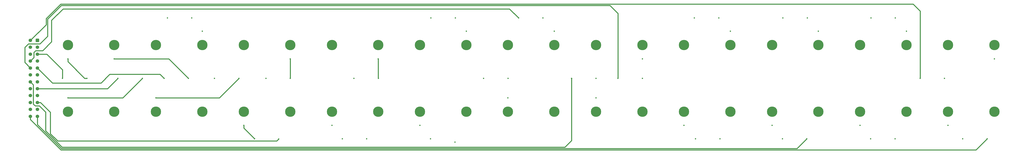
<source format=gbr>
%TF.GenerationSoftware,KiCad,Pcbnew,9.0.4*%
%TF.CreationDate,2025-09-16T19:44:55+08:00*%
%TF.ProjectId,accum_pcb_up,61636375-6d5f-4706-9362-5f75702e6b69,rev?*%
%TF.SameCoordinates,Original*%
%TF.FileFunction,Copper,L3,Inr*%
%TF.FilePolarity,Positive*%
%FSLAX46Y46*%
G04 Gerber Fmt 4.6, Leading zero omitted, Abs format (unit mm)*
G04 Created by KiCad (PCBNEW 9.0.4) date 2025-09-16 19:44:55*
%MOMM*%
%LPD*%
G01*
G04 APERTURE LIST*
G04 Aperture macros list*
%AMRoundRect*
0 Rectangle with rounded corners*
0 $1 Rounding radius*
0 $2 $3 $4 $5 $6 $7 $8 $9 X,Y pos of 4 corners*
0 Add a 4 corners polygon primitive as box body*
4,1,4,$2,$3,$4,$5,$6,$7,$8,$9,$2,$3,0*
0 Add four circle primitives for the rounded corners*
1,1,$1+$1,$2,$3*
1,1,$1+$1,$4,$5*
1,1,$1+$1,$6,$7*
1,1,$1+$1,$8,$9*
0 Add four rect primitives between the rounded corners*
20,1,$1+$1,$2,$3,$4,$5,0*
20,1,$1+$1,$4,$5,$6,$7,0*
20,1,$1+$1,$6,$7,$8,$9,0*
20,1,$1+$1,$8,$9,$2,$3,0*%
G04 Aperture macros list end*
%TA.AperFunction,ComponentPad*%
%ADD10C,4.500000*%
%TD*%
%TA.AperFunction,ComponentPad*%
%ADD11RoundRect,0.250001X-0.499999X0.499999X-0.499999X-0.499999X0.499999X-0.499999X0.499999X0.499999X0*%
%TD*%
%TA.AperFunction,ComponentPad*%
%ADD12C,1.500000*%
%TD*%
%TA.AperFunction,ViaPad*%
%ADD13C,0.600000*%
%TD*%
%TA.AperFunction,Conductor*%
%ADD14C,0.381000*%
%TD*%
G04 APERTURE END LIST*
D10*
%TO.N,/Cell_8-*%
%TO.C,*%
X235443015Y-179675500D03*
%TD*%
%TO.N,/Cell_14-*%
%TO.C,*%
X349583304Y-179680000D03*
%TD*%
%TO.N,N/C*%
%TO.C,*%
X367583985Y-179681500D03*
%TD*%
%TO.N,/Cell_22-*%
%TO.C,*%
X501770334Y-179686000D03*
%TD*%
%TO.N,N/C*%
%TO.C,*%
X139303985Y-179672500D03*
%TD*%
%TO.N,N/C*%
%TO.C,*%
X291491015Y-179678500D03*
%TD*%
%TO.N,N/C*%
%TO.C,*%
X177350333Y-179674000D03*
%TD*%
%TO.N,/Cell_7-*%
%TO.C,*%
X215382564Y-208611500D03*
%TD*%
%TO.N,N/C*%
%TO.C,*%
X159350015Y-208610500D03*
%TD*%
%TO.N,/Cell_5-*%
%TO.C,*%
X177350696Y-208612000D03*
%TD*%
%TO.N,N/C*%
%TO.C,*%
X121303682Y-208611500D03*
%TD*%
%TO.N,/Cell_15-*%
%TO.C,*%
X367584348Y-208619500D03*
%TD*%
%TO.N,/Cell_19-*%
%TO.C,*%
X443678015Y-208620500D03*
%TD*%
%TO.N,/Cell_17-*%
%TO.C,*%
X405631363Y-208619000D03*
%TD*%
%TO.N,N/C*%
%TO.C,*%
X235443378Y-208611500D03*
%TD*%
%TO.N,/Cell_16-*%
%TO.C,*%
X387629652Y-179681500D03*
%TD*%
D11*
%TO.N,/Cell_20-_out*%
%TO.C,J1*%
X88070000Y-177652144D03*
D12*
%TO.N,/Cell_16-_out*%
X88070000Y-180652144D03*
%TO.N,/Cell_1+_out*%
X88070000Y-183652144D03*
%TO.N,/Cell_4-_out*%
X88070000Y-186652144D03*
%TO.N,/Cell_2-_out*%
X88070000Y-189652144D03*
%TO.N,/Cell_6-_out*%
X88070000Y-192652144D03*
%TO.N,/Cell_3-_out*%
X88070000Y-195652144D03*
%TO.N,/Cell_1-_out*%
X88070000Y-198652144D03*
%TO.N,/Cell_7-_out*%
X88070000Y-201652144D03*
%TO.N,/Cell_5-_out*%
X88070000Y-204652144D03*
%TO.N,/Cell_15-_out*%
X88070000Y-207652144D03*
%TO.N,/Cell_17-_out*%
X88070000Y-210652144D03*
%TO.N,/Cell_22-_out*%
X85070000Y-177652144D03*
%TO.N,/Cell_18-_out*%
X85070000Y-180652144D03*
%TO.N,/Cell_10-_out*%
X85070000Y-183652144D03*
%TO.N,/Cell_12-_out*%
X85070000Y-186652144D03*
%TO.N,/Cell_14-_out*%
X85070000Y-189652144D03*
%TO.N,/Cell_8-_out*%
X85070000Y-192652144D03*
%TO.N,/Cell_13-_out*%
X85070000Y-195652144D03*
%TO.N,/Cell_11-_out*%
X85070000Y-198652144D03*
%TO.N,/Cell_9-_out*%
X85070000Y-201652144D03*
%TO.N,unconnected-(J1-Pin_22-Pad22)*%
X85070000Y-204652144D03*
%TO.N,/Cell_19-_out*%
X85070000Y-207652144D03*
%TO.N,/Cell_21-_out*%
X85070000Y-210652144D03*
%TD*%
D10*
%TO.N,N/C*%
%TO.C,*%
X425677030Y-208619000D03*
%TD*%
%TO.N,N/C*%
%TO.C,*%
X311536682Y-208611500D03*
%TD*%
%TO.N,/Cell_12-*%
%TO.C,*%
X311536682Y-179678500D03*
%TD*%
%TO.N,N/C*%
%TO.C,*%
X349583667Y-208618000D03*
%TD*%
%TO.N,/Cell_6-*%
%TO.C,*%
X197396000Y-179674000D03*
%TD*%
%TO.N,/Cell_9-*%
%TO.C,*%
X253444363Y-208613000D03*
%TD*%
%TO.N,N/C*%
%TO.C,*%
X329537637Y-179680000D03*
%TD*%
%TO.N,/Cell_11-*%
%TO.C,*%
X291491015Y-208611500D03*
%TD*%
%TO.N,N/C*%
%TO.C,*%
X273490030Y-208613000D03*
%TD*%
%TO.N,N/C*%
%TO.C,*%
X387630015Y-208619500D03*
%TD*%
%TO.N,/Cell_10-*%
%TO.C,*%
X273489667Y-179677000D03*
%TD*%
%TO.N,N/C*%
%TO.C,*%
X215397348Y-179675500D03*
%TD*%
%TO.N,N/C*%
%TO.C,*%
X443677652Y-179684500D03*
%TD*%
%TO.N,/Cell_20-*%
%TO.C,*%
X463723319Y-179684500D03*
%TD*%
%TO.N,/Cell_4-*%
%TO.C,*%
X159349652Y-179672500D03*
%TD*%
%TO.N,/Cell_3-*%
%TO.C,*%
X139304348Y-208610500D03*
%TD*%
%TO.N,/Cell_1+*%
%TO.C,*%
X101257652Y-179673500D03*
%TD*%
%TO.N,N/C*%
%TO.C,*%
X481724667Y-179686000D03*
%TD*%
%TO.N,/Cell_21-*%
%TO.C,*%
X481724667Y-208619000D03*
%TD*%
%TO.N,/Cell_2-*%
%TO.C,*%
X121303319Y-179673500D03*
%TD*%
%TO.N,/Cell_13-*%
%TO.C,*%
X329538000Y-208618000D03*
%TD*%
%TO.N,/Cell_1-*%
%TO.C,*%
X101258015Y-208611500D03*
%TD*%
%TO.N,N/C*%
%TO.C,*%
X501770334Y-208619000D03*
%TD*%
%TO.N,N/C*%
%TO.C,*%
X405631000Y-179683000D03*
%TD*%
%TO.N,N/C*%
%TO.C,*%
X463723682Y-208620500D03*
%TD*%
%TO.N,/Cell_18-*%
%TO.C,*%
X425676667Y-179683000D03*
%TD*%
%TO.N,N/C*%
%TO.C,*%
X253444000Y-179677000D03*
%TD*%
%TO.N,N/C*%
%TO.C,*%
X197396363Y-208612000D03*
%TD*%
D13*
%TO.N,/Cell_1+_out*%
X98925000Y-194152145D03*
%TO.N,/Cell_1+*%
X101257652Y-185673500D03*
X109475000Y-194152145D03*
%TO.N,/Cell_1-_out*%
X122891000Y-194152145D03*
%TO.N,/Cell_1-*%
X133441000Y-194152145D03*
X101258015Y-202611500D03*
%TO.N,/Cell_2-*%
X121303319Y-185673500D03*
X153392000Y-194152145D03*
%TO.N,/Cell_2-_out*%
X142842000Y-194152145D03*
%TO.N,/Cell_3-_out*%
X164645000Y-194152145D03*
%TO.N,/Cell_3-*%
X139304348Y-202610500D03*
X175195000Y-194152145D03*
%TO.N,/Cell_4-*%
X154833000Y-167947000D03*
X159349652Y-173673500D03*
%TO.N,/Cell_4-_out*%
X144283000Y-167947000D03*
%TO.N,/Cell_5-_out*%
X192426114Y-220468114D03*
%TO.N,/Cell_5-*%
X177350696Y-214612000D03*
X181964228Y-220380000D03*
%TO.N,/Cell_6-_out*%
X186846000Y-194152145D03*
%TO.N,/Cell_6-*%
X197396000Y-185674000D03*
X197396000Y-194152145D03*
%TO.N,/Cell_7-_out*%
X219878000Y-220380000D03*
%TO.N,/Cell_7-*%
X230428000Y-220380000D03*
X215382564Y-214612000D03*
%TO.N,/Cell_8-_out*%
X224906000Y-194152145D03*
%TO.N,/Cell_8-*%
X235456000Y-194152145D03*
X235443015Y-185675500D03*
%TO.N,/Cell_9-_out*%
X268570000Y-221880000D03*
%TO.N,/Cell_9-*%
X258020000Y-220380000D03*
X253444363Y-214612000D03*
%TO.N,/Cell_10-_out*%
X258197000Y-167947000D03*
%TO.N,/Cell_10-*%
X268747000Y-167947000D03*
X273489667Y-173673500D03*
%TO.N,/Cell_11-_out*%
X280948000Y-194152145D03*
%TO.N,/Cell_11-*%
X291498000Y-194152145D03*
X291491015Y-202611500D03*
%TO.N,/Cell_12-*%
X306629000Y-167947000D03*
X311536682Y-173673500D03*
%TO.N,/Cell_12-_out*%
X296079000Y-167947000D03*
%TO.N,/Cell_13-*%
X329546000Y-194152145D03*
X329538000Y-202618000D03*
%TO.N,/Cell_13-_out*%
X318996000Y-194152145D03*
%TO.N,/Cell_14-_out*%
X339043000Y-194152145D03*
%TO.N,/Cell_14-*%
X349593000Y-194152145D03*
X349583304Y-185680000D03*
%TO.N,/Cell_15-*%
X367584348Y-214612000D03*
X372584000Y-220380000D03*
%TO.N,/Cell_15-_out*%
X383134000Y-220380000D03*
%TO.N,/Cell_16-*%
X382597000Y-167947000D03*
X387629652Y-173673500D03*
%TO.N,/Cell_16-_out*%
X372047000Y-167947000D03*
%TO.N,/Cell_17-_out*%
X420668200Y-220380000D03*
%TO.N,/Cell_17-*%
X405631363Y-214612000D03*
X410118200Y-220380000D03*
%TO.N,/Cell_18-_out*%
X410339000Y-167947000D03*
%TO.N,/Cell_18-*%
X425676667Y-173673500D03*
X420889000Y-167947000D03*
%TO.N,/Cell_19-_out*%
X458816000Y-220380000D03*
%TO.N,/Cell_19-*%
X448266000Y-220380000D03*
X443678015Y-214612000D03*
%TO.N,/Cell_20-_out*%
X448407000Y-167947000D03*
%TO.N,/Cell_20-*%
X463723319Y-173673500D03*
X458957000Y-167947000D03*
%TO.N,/Cell_21-*%
X481724667Y-214612000D03*
X488069000Y-220380000D03*
%TO.N,/Cell_21-_out*%
X498619000Y-220380000D03*
%TO.N,/Cell_22-*%
X480201000Y-194152145D03*
X501770334Y-185673500D03*
%TO.N,/Cell_22-_out*%
X469651000Y-194152145D03*
%TD*%
D14*
%TO.N,/Cell_1+_out*%
X92143144Y-183652144D02*
X98925000Y-190434000D01*
X88070000Y-183652144D02*
X92143144Y-183652144D01*
X98925000Y-190434000D02*
X98925000Y-194152145D01*
%TO.N,/Cell_1+*%
X108525145Y-194152145D02*
X109475000Y-194152145D01*
X101257652Y-185673500D02*
X101257652Y-186884652D01*
X101257652Y-186884652D02*
X108525145Y-194152145D01*
%TO.N,/Cell_1-_out*%
X122891000Y-194152145D02*
X118356145Y-198687000D01*
X118356145Y-198687000D02*
X88104856Y-198687000D01*
X88104856Y-198687000D02*
X88070000Y-198652144D01*
%TO.N,/Cell_1-*%
X124981645Y-202611500D02*
X133441000Y-194152145D01*
X101258015Y-202611500D02*
X124981645Y-202611500D01*
%TO.N,/Cell_2-*%
X121303319Y-185673500D02*
X144913355Y-185673500D01*
X144913355Y-185673500D02*
X153392000Y-194152145D01*
%TO.N,/Cell_2-_out*%
X119354000Y-192432000D02*
X141121855Y-192432000D01*
X94641856Y-196224000D02*
X115562000Y-196224000D01*
X88070000Y-189652144D02*
X94641856Y-196224000D01*
X115562000Y-196224000D02*
X119354000Y-192432000D01*
X141121855Y-192432000D02*
X142842000Y-194152145D01*
%TO.N,/Cell_3-*%
X139304348Y-202610500D02*
X166736645Y-202610500D01*
X166736645Y-202610500D02*
X175195000Y-194152145D01*
%TO.N,/Cell_5-_out*%
X191524228Y-221370000D02*
X192426114Y-220468114D01*
X96859000Y-221370000D02*
X191524228Y-221370000D01*
X93671000Y-218182000D02*
X96859000Y-221370000D01*
X88070000Y-204652144D02*
X89447144Y-204652144D01*
X89447144Y-204652144D02*
X93671000Y-208876000D01*
X93671000Y-208876000D02*
X93671000Y-218182000D01*
%TO.N,/Cell_5-*%
X177350696Y-214612000D02*
X177350696Y-215766468D01*
X177350696Y-215766468D02*
X181964228Y-220380000D01*
%TO.N,/Cell_6-*%
X197396000Y-185674000D02*
X197396000Y-194152145D01*
%TO.N,/Cell_8-*%
X235443015Y-194139160D02*
X235456000Y-194152145D01*
X235443015Y-185675500D02*
X235443015Y-194139160D01*
%TO.N,/Cell_12-_out*%
X90348000Y-182129000D02*
X87333000Y-182129000D01*
X292126000Y-163994000D02*
X99184000Y-163994000D01*
X86580000Y-182882000D02*
X86580000Y-185142144D01*
X87333000Y-182129000D02*
X86580000Y-182882000D01*
X99184000Y-163994000D02*
X94204000Y-168974000D01*
X86580000Y-185142144D02*
X85070000Y-186652144D01*
X94204000Y-178273000D02*
X90348000Y-182129000D01*
X94204000Y-168974000D02*
X94204000Y-178273000D01*
X296079000Y-167947000D02*
X292126000Y-163994000D01*
%TO.N,/Cell_13-_out*%
X87129000Y-206121000D02*
X86346000Y-205338000D01*
X91647000Y-216983000D02*
X91647000Y-208843000D01*
X88925000Y-206121000D02*
X87129000Y-206121000D01*
X318996000Y-221157000D02*
X316081000Y-224072000D01*
X86346000Y-205338000D02*
X86346000Y-196928144D01*
X319047000Y-194203145D02*
X318996000Y-194152145D01*
X318996000Y-194152145D02*
X318996000Y-221157000D01*
X98736000Y-224072000D02*
X91647000Y-216983000D01*
X86346000Y-196928144D02*
X85070000Y-195652144D01*
X91647000Y-208843000D02*
X88925000Y-206121000D01*
X316081000Y-224072000D02*
X98736000Y-224072000D01*
%TO.N,/Cell_14-_out*%
X339043000Y-194152145D02*
X339043000Y-165994000D01*
X84165000Y-179156000D02*
X82641000Y-180680000D01*
X92446000Y-175877000D02*
X89167000Y-179156000D01*
X82641000Y-180680000D02*
X82641000Y-187223144D01*
X92446000Y-168459000D02*
X92446000Y-175877000D01*
X339043000Y-165994000D02*
X335559000Y-162510000D01*
X335559000Y-162510000D02*
X98395000Y-162510000D01*
X82641000Y-187223144D02*
X85070000Y-189652144D01*
X98395000Y-162510000D02*
X92446000Y-168459000D01*
X89167000Y-179156000D02*
X84165000Y-179156000D01*
%TO.N,/Cell_17-_out*%
X88070000Y-210652144D02*
X88070000Y-214229072D01*
X88070000Y-214229072D02*
X98494928Y-224654000D01*
X416400200Y-224648000D02*
X420668200Y-220380000D01*
X98494928Y-224654000D02*
X316322072Y-224654000D01*
X316328072Y-224648000D02*
X416400200Y-224648000D01*
X316322072Y-224654000D02*
X316328072Y-224648000D01*
%TO.N,/Cell_21-_out*%
X85070000Y-212052144D02*
X85070000Y-210652144D01*
X98253856Y-225236000D02*
X85070000Y-212052144D01*
X493769000Y-225230000D02*
X316569144Y-225230000D01*
X498619000Y-220380000D02*
X493769000Y-225230000D01*
X316569144Y-225230000D02*
X316563144Y-225236000D01*
X316563144Y-225236000D02*
X98253856Y-225236000D01*
%TO.N,/Cell_22-_out*%
X469651000Y-164967000D02*
X466608000Y-161924000D01*
X98157928Y-161924000D02*
X98398000Y-161924000D01*
X469651000Y-194152145D02*
X469651000Y-164967000D01*
X91864000Y-168217928D02*
X98157928Y-161924000D01*
X466608000Y-161924000D02*
X98398000Y-161924000D01*
X91864000Y-170858144D02*
X91864000Y-168217928D01*
X85070000Y-177652144D02*
X91864000Y-170858144D01*
%TD*%
M02*

</source>
